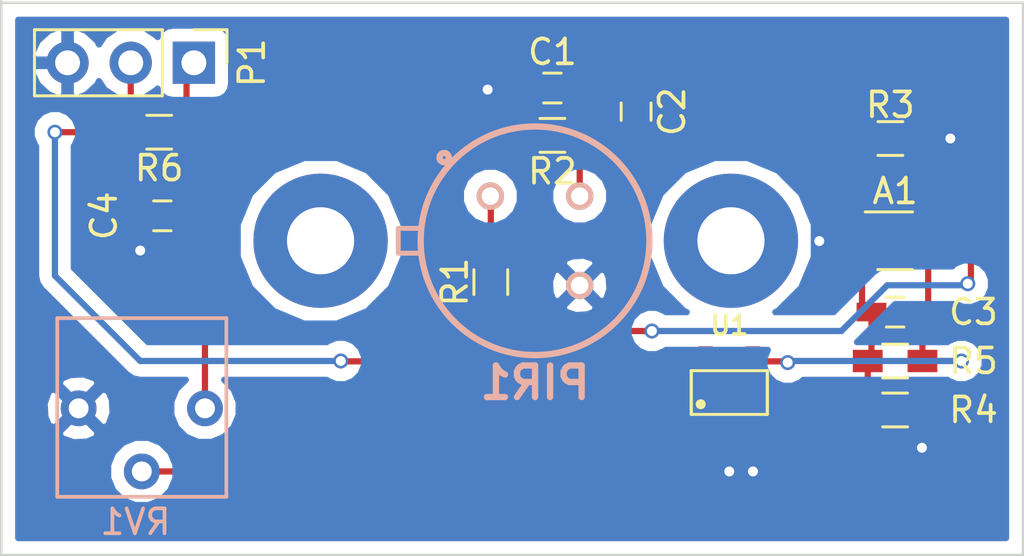
<source format=kicad_pcb>
(kicad_pcb (version 20170123) (host pcbnew "(2017-06-12 revision 19d5cc754)-master")

  (general
    (links 31)
    (no_connects 0)
    (area 136.5395 90.310499 178.294501 112.699001)
    (thickness 1.6)
    (drawings 4)
    (tracks 90)
    (zones 0)
    (modules 17)
    (nets 10)
  )

  (page A4)
  (layers
    (0 F.Cu signal)
    (31 B.Cu signal)
    (32 B.Adhes user hide)
    (33 F.Adhes user hide)
    (34 B.Paste user)
    (35 F.Paste user)
    (36 B.SilkS user)
    (37 F.SilkS user)
    (38 B.Mask user hide)
    (39 F.Mask user hide)
    (40 Dwgs.User user hide)
    (41 Cmts.User user hide)
    (42 Eco1.User user hide)
    (43 Eco2.User user hide)
    (44 Edge.Cuts user)
    (45 Margin user)
    (46 B.CrtYd user hide)
    (47 F.CrtYd user hide)
    (48 B.Fab user hide)
    (49 F.Fab user hide)
  )

  (setup
    (last_trace_width 0.25)
    (trace_clearance 0.2)
    (zone_clearance 0.508)
    (zone_45_only no)
    (trace_min 0.2)
    (segment_width 0.2)
    (edge_width 0.1)
    (via_size 0.6)
    (via_drill 0.4)
    (via_min_size 0.4)
    (via_min_drill 0.3)
    (uvia_size 0.3)
    (uvia_drill 0.1)
    (uvias_allowed no)
    (uvia_min_size 0.2)
    (uvia_min_drill 0.1)
    (pcb_text_width 0.3)
    (pcb_text_size 1.5 1.5)
    (mod_edge_width 0.15)
    (mod_text_size 1 1)
    (mod_text_width 0.15)
    (pad_size 1.5 1.5)
    (pad_drill 0.6)
    (pad_to_mask_clearance 0)
    (aux_axis_origin 0 0)
    (visible_elements 7FFFFFFF)
    (pcbplotparams
      (layerselection 0x010fc_ffffffff)
      (usegerberextensions false)
      (excludeedgelayer true)
      (linewidth 0.100000)
      (plotframeref false)
      (viasonmask false)
      (mode 1)
      (useauxorigin false)
      (hpglpennumber 1)
      (hpglpenspeed 20)
      (hpglpendiameter 15)
      (psnegative false)
      (psa4output false)
      (plotreference true)
      (plotvalue true)
      (plotinvisibletext false)
      (padsonsilk false)
      (subtractmaskfromsilk false)
      (outputformat 1)
      (mirror false)
      (drillshape 0)
      (scaleselection 1)
      (outputdirectory gerber/))
  )

  (net 0 "")
  (net 1 "Net-(A1-Pad1)")
  (net 2 GND)
  (net 3 "Net-(A1-Pad3)")
  (net 4 "Net-(A1-Pad4)")
  (net 5 "Net-(A1-Pad5)")
  (net 6 "Net-(C1-Pad1)")
  (net 7 "Net-(PIR1-Pad1)")
  (net 8 "Net-(RV1-Pad2)")
  (net 9 "Net-(P1-Pad2)")

  (net_class Default "Ceci est la Netclass par défaut"
    (clearance 0.2)
    (trace_width 0.25)
    (via_dia 0.6)
    (via_drill 0.4)
    (uvia_dia 0.3)
    (uvia_drill 0.1)
    (add_net GND)
    (add_net "Net-(A1-Pad1)")
    (add_net "Net-(A1-Pad3)")
    (add_net "Net-(A1-Pad4)")
    (add_net "Net-(A1-Pad5)")
    (add_net "Net-(C1-Pad1)")
    (add_net "Net-(P1-Pad2)")
    (add_net "Net-(PIR1-Pad1)")
    (add_net "Net-(RV1-Pad2)")
  )

  (module LTC:Pot (layer B.Cu) (tedit 5B140A42) (tstamp 5B13EDD7)
    (at 145.3515 106.7435 180)
    (path /5AF4565E)
    (fp_text reference RV1 (at 2.794 -4.572 180) (layer B.SilkS)
      (effects (font (size 1 1) (thickness 0.15)) (justify mirror))
    )
    (fp_text value "" (at 2.413 4.445 180) (layer B.Fab)
      (effects (font (size 1 1) (thickness 0.15)) (justify mirror))
    )
    (fp_line (start -0.86 3.63) (end 5.94 3.63) (layer B.SilkS) (width 0.15))
    (fp_line (start 5.94 3.63) (end 5.94 -3.56) (layer B.SilkS) (width 0.15))
    (fp_line (start 5.94 -3.56) (end -0.86 -3.56) (layer B.SilkS) (width 0.15))
    (fp_line (start -0.86 -3.56) (end -0.86 3.63) (layer B.SilkS) (width 0.15))
    (pad 2 thru_hole circle (at 2.54 -2.54 180) (size 1.44 1.44) (drill 0.8) (layers *.Cu *.Mask)
      (net 8 "Net-(RV1-Pad2)"))
    (pad 3 thru_hole circle (at 5.08 0 180) (size 1.44 1.44) (drill 0.8) (layers *.Cu *.Mask)
      (net 2 GND))
    (pad 1 thru_hole circle (at 0 0 180) (size 1.44 1.44) (drill 0.8) (layers *.Cu *.Mask)
      (net 5 "Net-(A1-Pad5)"))
  )

  (module Mounting_Holes:MountingHole_2.7mm_M2.5_Pad (layer F.Cu) (tedit 5B13C9B4) (tstamp 5B13C90D)
    (at 166.5 100)
    (descr "Mounting Hole 2.7mm, M2.5")
    (tags "mounting hole 2.7mm m2.5")
    (attr virtual)
    (fp_text reference "" (at 0 -3.7) (layer F.SilkS)
      (effects (font (size 1 1) (thickness 0.15)))
    )
    (fp_text value "" (at 0 3.7) (layer F.Fab) hide
      (effects (font (size 1 1) (thickness 0.15)))
    )
    (fp_text user %R (at 0.3 0) (layer F.Fab)
      (effects (font (size 1 1) (thickness 0.15)))
    )
    (fp_circle (center 0 0) (end 2.7 0) (layer Cmts.User) (width 0.15))
    (fp_circle (center 0 0) (end 2.95 0) (layer F.CrtYd) (width 0.05))
    (pad 1 thru_hole circle (at 0 0) (size 5.4 5.4) (drill 2.7) (layers *.Cu *.Mask))
  )

  (module TO_SOT_Packages_SMD:SOT-363_SC-70-6_Handsoldering (layer F.Cu) (tedit 5B140A12) (tstamp 5B0D5C8C)
    (at 173.101 100)
    (descr "SOT-363, SC-70-6, Handsoldering")
    (tags "SOT-363 SC-70-6 Handsoldering")
    (path /5AF42494)
    (attr smd)
    (fp_text reference A1 (at 0 -2) (layer F.SilkS)
      (effects (font (size 1 1) (thickness 0.15)))
    )
    (fp_text value "" (at 0 2) (layer F.Fab)
      (effects (font (size 1 1) (thickness 0.15)))
    )
    (fp_text user %R (at 0 0 90) (layer F.Fab)
      (effects (font (size 0.5 0.5) (thickness 0.075)))
    )
    (fp_line (start -2.4 1.4) (end 2.4 1.4) (layer F.CrtYd) (width 0.05))
    (fp_line (start 0.7 -1.16) (end -1.2 -1.16) (layer F.SilkS) (width 0.12))
    (fp_line (start -0.7 1.16) (end 0.7 1.16) (layer F.SilkS) (width 0.12))
    (fp_line (start 2.4 1.4) (end 2.4 -1.4) (layer F.CrtYd) (width 0.05))
    (fp_line (start -2.4 -1.4) (end -2.4 1.4) (layer F.CrtYd) (width 0.05))
    (fp_line (start -2.4 -1.4) (end 2.4 -1.4) (layer F.CrtYd) (width 0.05))
    (fp_line (start 0.675 -1.1) (end -0.175 -1.1) (layer F.Fab) (width 0.1))
    (fp_line (start -0.675 -0.6) (end -0.675 1.1) (layer F.Fab) (width 0.1))
    (fp_line (start 0.675 -1.1) (end 0.675 1.1) (layer F.Fab) (width 0.1))
    (fp_line (start 0.675 1.1) (end -0.675 1.1) (layer F.Fab) (width 0.1))
    (fp_line (start -0.175 -1.1) (end -0.675 -0.6) (layer F.Fab) (width 0.1))
    (pad 1 smd rect (at -1.33 -0.65) (size 1.5 0.4) (layers F.Cu F.Paste F.Mask)
      (net 1 "Net-(A1-Pad1)"))
    (pad 2 smd rect (at -1.33 0) (size 1.5 0.4) (layers F.Cu F.Paste F.Mask)
      (net 2 GND))
    (pad 3 smd rect (at -1.33 0.65) (size 1.5 0.4) (layers F.Cu F.Paste F.Mask)
      (net 3 "Net-(A1-Pad3)"))
    (pad 4 smd rect (at 1.33 0.65) (size 1.5 0.4) (layers F.Cu F.Paste F.Mask)
      (net 4 "Net-(A1-Pad4)"))
    (pad 5 smd rect (at 1.33 0) (size 1.5 0.4) (layers F.Cu F.Paste F.Mask)
      (net 5 "Net-(A1-Pad5)"))
    (pad 6 smd rect (at 1.33 -0.65) (size 1.5 0.4) (layers F.Cu F.Paste F.Mask)
      (net 5 "Net-(A1-Pad5)"))
    (model ${KISYS3DMOD}/TO_SOT_Packages_SMD.3dshapes/SOT-363_SC-70-6.wrl
      (at (xyz 0 0 0))
      (scale (xyz 1 1 1))
      (rotate (xyz 0 0 0))
    )
  )

  (module Capacitors_SMD:C_0603_HandSoldering (layer F.Cu) (tedit 5B1409FE) (tstamp 5B0D5C9D)
    (at 159.3215 93.853 180)
    (descr "Capacitor SMD 0603, hand soldering")
    (tags "capacitor 0603")
    (path /5AF432B2)
    (attr smd)
    (fp_text reference C1 (at 0 1.45 180) (layer F.SilkS)
      (effects (font (size 1 1) (thickness 0.15)))
    )
    (fp_text value "" (at 0 1.5 180) (layer F.Fab)
      (effects (font (size 1 1) (thickness 0.15)))
    )
    (fp_text user %R (at 0 -1.25 180) (layer F.Fab)
      (effects (font (size 1 1) (thickness 0.15)))
    )
    (fp_line (start -0.8 0.4) (end -0.8 -0.4) (layer F.Fab) (width 0.1))
    (fp_line (start 0.8 0.4) (end -0.8 0.4) (layer F.Fab) (width 0.1))
    (fp_line (start 0.8 -0.4) (end 0.8 0.4) (layer F.Fab) (width 0.1))
    (fp_line (start -0.8 -0.4) (end 0.8 -0.4) (layer F.Fab) (width 0.1))
    (fp_line (start -0.35 -0.6) (end 0.35 -0.6) (layer F.SilkS) (width 0.12))
    (fp_line (start 0.35 0.6) (end -0.35 0.6) (layer F.SilkS) (width 0.12))
    (fp_line (start -1.8 -0.65) (end 1.8 -0.65) (layer F.CrtYd) (width 0.05))
    (fp_line (start -1.8 -0.65) (end -1.8 0.65) (layer F.CrtYd) (width 0.05))
    (fp_line (start 1.8 0.65) (end 1.8 -0.65) (layer F.CrtYd) (width 0.05))
    (fp_line (start 1.8 0.65) (end -1.8 0.65) (layer F.CrtYd) (width 0.05))
    (pad 1 smd rect (at -0.95 0 180) (size 1.2 0.75) (layers F.Cu F.Paste F.Mask)
      (net 6 "Net-(C1-Pad1)"))
    (pad 2 smd rect (at 0.95 0 180) (size 1.2 0.75) (layers F.Cu F.Paste F.Mask)
      (net 2 GND))
    (model Capacitors_SMD.3dshapes/C_0603.wrl
      (at (xyz 0 0 0))
      (scale (xyz 1 1 1))
      (rotate (xyz 0 0 0))
    )
  )

  (module Capacitors_SMD:C_0603_HandSoldering (layer F.Cu) (tedit 5B140A08) (tstamp 5B0D5CAE)
    (at 162.687 94.8055 270)
    (descr "Capacitor SMD 0603, hand soldering")
    (tags "capacitor 0603")
    (path /5AF432F7)
    (attr smd)
    (fp_text reference C2 (at 0 -1.45 270) (layer F.SilkS)
      (effects (font (size 1 1) (thickness 0.15)))
    )
    (fp_text value "" (at 0 1.5 270) (layer F.Fab)
      (effects (font (size 1 1) (thickness 0.15)))
    )
    (fp_text user %R (at 0 -1.25 270) (layer F.Fab)
      (effects (font (size 1 1) (thickness 0.15)))
    )
    (fp_line (start -0.8 0.4) (end -0.8 -0.4) (layer F.Fab) (width 0.1))
    (fp_line (start 0.8 0.4) (end -0.8 0.4) (layer F.Fab) (width 0.1))
    (fp_line (start 0.8 -0.4) (end 0.8 0.4) (layer F.Fab) (width 0.1))
    (fp_line (start -0.8 -0.4) (end 0.8 -0.4) (layer F.Fab) (width 0.1))
    (fp_line (start -0.35 -0.6) (end 0.35 -0.6) (layer F.SilkS) (width 0.12))
    (fp_line (start 0.35 0.6) (end -0.35 0.6) (layer F.SilkS) (width 0.12))
    (fp_line (start -1.8 -0.65) (end 1.8 -0.65) (layer F.CrtYd) (width 0.05))
    (fp_line (start -1.8 -0.65) (end -1.8 0.65) (layer F.CrtYd) (width 0.05))
    (fp_line (start 1.8 0.65) (end 1.8 -0.65) (layer F.CrtYd) (width 0.05))
    (fp_line (start 1.8 0.65) (end -1.8 0.65) (layer F.CrtYd) (width 0.05))
    (pad 1 smd rect (at -0.95 0 270) (size 1.2 0.75) (layers F.Cu F.Paste F.Mask)
      (net 1 "Net-(A1-Pad1)"))
    (pad 2 smd rect (at 0.95 0 270) (size 1.2 0.75) (layers F.Cu F.Paste F.Mask)
      (net 6 "Net-(C1-Pad1)"))
    (model Capacitors_SMD.3dshapes/C_0603.wrl
      (at (xyz 0 0 0))
      (scale (xyz 1 1 1))
      (rotate (xyz 0 0 0))
    )
  )

  (module Capacitors_SMD:C_0603_HandSoldering (layer F.Cu) (tedit 5B140A17) (tstamp 5B0D5CBF)
    (at 173.101 102.87 180)
    (descr "Capacitor SMD 0603, hand soldering")
    (tags "capacitor 0603")
    (path /5AF43320)
    (attr smd)
    (fp_text reference C3 (at -3.15 0 180) (layer F.SilkS)
      (effects (font (size 1 1) (thickness 0.15)))
    )
    (fp_text value "" (at 0 1.5 180) (layer F.Fab)
      (effects (font (size 1 1) (thickness 0.15)))
    )
    (fp_text user %R (at 0 -1.25 180) (layer F.Fab)
      (effects (font (size 1 1) (thickness 0.15)))
    )
    (fp_line (start -0.8 0.4) (end -0.8 -0.4) (layer F.Fab) (width 0.1))
    (fp_line (start 0.8 0.4) (end -0.8 0.4) (layer F.Fab) (width 0.1))
    (fp_line (start 0.8 -0.4) (end 0.8 0.4) (layer F.Fab) (width 0.1))
    (fp_line (start -0.8 -0.4) (end 0.8 -0.4) (layer F.Fab) (width 0.1))
    (fp_line (start -0.35 -0.6) (end 0.35 -0.6) (layer F.SilkS) (width 0.12))
    (fp_line (start 0.35 0.6) (end -0.35 0.6) (layer F.SilkS) (width 0.12))
    (fp_line (start -1.8 -0.65) (end 1.8 -0.65) (layer F.CrtYd) (width 0.05))
    (fp_line (start -1.8 -0.65) (end -1.8 0.65) (layer F.CrtYd) (width 0.05))
    (fp_line (start 1.8 0.65) (end 1.8 -0.65) (layer F.CrtYd) (width 0.05))
    (fp_line (start 1.8 0.65) (end -1.8 0.65) (layer F.CrtYd) (width 0.05))
    (pad 1 smd rect (at -0.95 0 180) (size 1.2 0.75) (layers F.Cu F.Paste F.Mask)
      (net 4 "Net-(A1-Pad4)"))
    (pad 2 smd rect (at 0.95 0 180) (size 1.2 0.75) (layers F.Cu F.Paste F.Mask)
      (net 3 "Net-(A1-Pad3)"))
    (model Capacitors_SMD.3dshapes/C_0603.wrl
      (at (xyz 0 0 0))
      (scale (xyz 1 1 1))
      (rotate (xyz 0 0 0))
    )
  )

  (module Capacitors_SMD:C_0603_HandSoldering (layer F.Cu) (tedit 5B1409F0) (tstamp 5B0D5CD0)
    (at 143.637 98.9965 180)
    (descr "Capacitor SMD 0603, hand soldering")
    (tags "capacitor 0603")
    (path /5AF829F5)
    (attr smd)
    (fp_text reference C4 (at 2.35 0 270) (layer F.SilkS)
      (effects (font (size 1 1) (thickness 0.15)))
    )
    (fp_text value "" (at 0 1.5 180) (layer F.Fab)
      (effects (font (size 1 1) (thickness 0.15)))
    )
    (fp_text user %R (at 0 -1.25 180) (layer F.Fab)
      (effects (font (size 1 1) (thickness 0.15)))
    )
    (fp_line (start -0.8 0.4) (end -0.8 -0.4) (layer F.Fab) (width 0.1))
    (fp_line (start 0.8 0.4) (end -0.8 0.4) (layer F.Fab) (width 0.1))
    (fp_line (start 0.8 -0.4) (end 0.8 0.4) (layer F.Fab) (width 0.1))
    (fp_line (start -0.8 -0.4) (end 0.8 -0.4) (layer F.Fab) (width 0.1))
    (fp_line (start -0.35 -0.6) (end 0.35 -0.6) (layer F.SilkS) (width 0.12))
    (fp_line (start 0.35 0.6) (end -0.35 0.6) (layer F.SilkS) (width 0.12))
    (fp_line (start -1.8 -0.65) (end 1.8 -0.65) (layer F.CrtYd) (width 0.05))
    (fp_line (start -1.8 -0.65) (end -1.8 0.65) (layer F.CrtYd) (width 0.05))
    (fp_line (start 1.8 0.65) (end 1.8 -0.65) (layer F.CrtYd) (width 0.05))
    (fp_line (start 1.8 0.65) (end -1.8 0.65) (layer F.CrtYd) (width 0.05))
    (pad 1 smd rect (at -0.95 0 180) (size 1.2 0.75) (layers F.Cu F.Paste F.Mask)
      (net 5 "Net-(A1-Pad5)"))
    (pad 2 smd rect (at 0.95 0 180) (size 1.2 0.75) (layers F.Cu F.Paste F.Mask)
      (net 2 GND))
    (model Capacitors_SMD.3dshapes/C_0603.wrl
      (at (xyz 0 0 0))
      (scale (xyz 1 1 1))
      (rotate (xyz 0 0 0))
    )
  )

  (module IRA:IRA-S210ST01 (layer B.Cu) (tedit 5B140A3C) (tstamp 5B0D5CF8)
    (at 158.623 100)
    (descr IRA-S210ST01)
    (tags "Integrated Circuit")
    (path /5AF4575E)
    (fp_text reference PIR1 (at 0 5.715) (layer B.SilkS)
      (effects (font (size 1.27 1.27) (thickness 0.254)) (justify mirror))
    )
    (fp_text value "" (at 0 5.715) (layer B.SilkS)
      (effects (font (size 1.27 1.27) (thickness 0.254)) (justify mirror))
    )
    (fp_line (start -4.664 0.5) (end -5.5 0.5) (layer Dwgs.User) (width 0.2))
    (fp_line (start -5.5 0.5) (end -5.5 -0.5) (layer Dwgs.User) (width 0.2))
    (fp_line (start -5.5 -0.5) (end -4.649 -0.5) (layer Dwgs.User) (width 0.2))
    (fp_line (start -4.664 0.5) (end -5.5 0.5) (layer B.SilkS) (width 0.2))
    (fp_line (start -5.5 0.5) (end -5.5 -0.5) (layer B.SilkS) (width 0.2))
    (fp_line (start -5.5 -0.5) (end -4.649 -0.5) (layer B.SilkS) (width 0.2))
    (fp_circle (center 0 0) (end 4.6 0) (layer Dwgs.User) (width 0.254))
    (fp_circle (center 0 0) (end 4.6 0) (layer B.SilkS) (width 0.254))
    (fp_circle (center -3.655 -3.347) (end -3.714 -3.347) (layer B.SilkS) (width 0.254))
    (pad 1 thru_hole circle (at -1.79605 -1.79605 270) (size 1.1 1.1) (drill 0.7) (layers *.Cu *.Mask B.SilkS)
      (net 7 "Net-(PIR1-Pad1)"))
    (pad 2 thru_hole circle (at 1.79605 -1.79605 270) (size 1.1 1.1) (drill 0.7) (layers *.Cu *.Mask B.SilkS)
      (net 6 "Net-(C1-Pad1)"))
    (pad 3 thru_hole circle (at 1.79605 1.79605 270) (size 1.1 1.1) (drill 0.7) (layers *.Cu *.Mask B.SilkS)
      (net 2 GND))
  )

  (module Resistors_SMD:R_0603_HandSoldering (layer F.Cu) (tedit 5B140A2D) (tstamp 5B0D5D09)
    (at 156.845 101.6635 90)
    (descr "Resistor SMD 0603, hand soldering")
    (tags "resistor 0603")
    (path /5AF4311F)
    (attr smd)
    (fp_text reference R1 (at 0 -1.45 90) (layer F.SilkS)
      (effects (font (size 1 1) (thickness 0.15)))
    )
    (fp_text value "" (at 0 1.55 90) (layer F.Fab)
      (effects (font (size 1 1) (thickness 0.15)))
    )
    (fp_text user %R (at 0 0 90) (layer F.Fab)
      (effects (font (size 0.4 0.4) (thickness 0.075)))
    )
    (fp_line (start -0.8 0.4) (end -0.8 -0.4) (layer F.Fab) (width 0.1))
    (fp_line (start 0.8 0.4) (end -0.8 0.4) (layer F.Fab) (width 0.1))
    (fp_line (start 0.8 -0.4) (end 0.8 0.4) (layer F.Fab) (width 0.1))
    (fp_line (start -0.8 -0.4) (end 0.8 -0.4) (layer F.Fab) (width 0.1))
    (fp_line (start 0.5 0.68) (end -0.5 0.68) (layer F.SilkS) (width 0.12))
    (fp_line (start -0.5 -0.68) (end 0.5 -0.68) (layer F.SilkS) (width 0.12))
    (fp_line (start -1.96 -0.7) (end 1.95 -0.7) (layer F.CrtYd) (width 0.05))
    (fp_line (start -1.96 -0.7) (end -1.96 0.7) (layer F.CrtYd) (width 0.05))
    (fp_line (start 1.95 0.7) (end 1.95 -0.7) (layer F.CrtYd) (width 0.05))
    (fp_line (start 1.95 0.7) (end -1.96 0.7) (layer F.CrtYd) (width 0.05))
    (pad 1 smd rect (at -1.1 0 90) (size 1.2 0.9) (layers F.Cu F.Paste F.Mask)
      (net 5 "Net-(A1-Pad5)"))
    (pad 2 smd rect (at 1.1 0 90) (size 1.2 0.9) (layers F.Cu F.Paste F.Mask)
      (net 7 "Net-(PIR1-Pad1)"))
    (model ${KISYS3DMOD}/Resistors_SMD.3dshapes/R_0603.wrl
      (at (xyz 0 0 0))
      (scale (xyz 1 1 1))
      (rotate (xyz 0 0 0))
    )
  )

  (module Resistors_SMD:R_0603_HandSoldering (layer F.Cu) (tedit 5B140A03) (tstamp 5B0D5D1A)
    (at 159.3215 95.758 180)
    (descr "Resistor SMD 0603, hand soldering")
    (tags "resistor 0603")
    (path /5AF43204)
    (attr smd)
    (fp_text reference R2 (at 0 -1.45 180) (layer F.SilkS)
      (effects (font (size 1 1) (thickness 0.15)))
    )
    (fp_text value "" (at 0 1.55 180) (layer F.Fab)
      (effects (font (size 1 1) (thickness 0.15)))
    )
    (fp_text user %R (at 0 0 180) (layer F.Fab)
      (effects (font (size 0.4 0.4) (thickness 0.075)))
    )
    (fp_line (start -0.8 0.4) (end -0.8 -0.4) (layer F.Fab) (width 0.1))
    (fp_line (start 0.8 0.4) (end -0.8 0.4) (layer F.Fab) (width 0.1))
    (fp_line (start 0.8 -0.4) (end 0.8 0.4) (layer F.Fab) (width 0.1))
    (fp_line (start -0.8 -0.4) (end 0.8 -0.4) (layer F.Fab) (width 0.1))
    (fp_line (start 0.5 0.68) (end -0.5 0.68) (layer F.SilkS) (width 0.12))
    (fp_line (start -0.5 -0.68) (end 0.5 -0.68) (layer F.SilkS) (width 0.12))
    (fp_line (start -1.96 -0.7) (end 1.95 -0.7) (layer F.CrtYd) (width 0.05))
    (fp_line (start -1.96 -0.7) (end -1.96 0.7) (layer F.CrtYd) (width 0.05))
    (fp_line (start 1.95 0.7) (end 1.95 -0.7) (layer F.CrtYd) (width 0.05))
    (fp_line (start 1.95 0.7) (end -1.96 0.7) (layer F.CrtYd) (width 0.05))
    (pad 1 smd rect (at -1.1 0 180) (size 1.2 0.9) (layers F.Cu F.Paste F.Mask)
      (net 6 "Net-(C1-Pad1)"))
    (pad 2 smd rect (at 1.1 0 180) (size 1.2 0.9) (layers F.Cu F.Paste F.Mask)
      (net 2 GND))
    (model ${KISYS3DMOD}/Resistors_SMD.3dshapes/R_0603.wrl
      (at (xyz 0 0 0))
      (scale (xyz 1 1 1))
      (rotate (xyz 0 0 0))
    )
  )

  (module Resistors_SMD:R_0603_HandSoldering (layer F.Cu) (tedit 5B140A0D) (tstamp 5B0D5D2B)
    (at 172.9105 95.885)
    (descr "Resistor SMD 0603, hand soldering")
    (tags "resistor 0603")
    (path /5AF4322F)
    (attr smd)
    (fp_text reference R3 (at 0 -1.35) (layer F.SilkS)
      (effects (font (size 1 1) (thickness 0.15)))
    )
    (fp_text value "" (at 0 1.55) (layer F.Fab)
      (effects (font (size 1 1) (thickness 0.15)))
    )
    (fp_text user %R (at 0 0) (layer F.Fab)
      (effects (font (size 0.4 0.4) (thickness 0.075)))
    )
    (fp_line (start -0.8 0.4) (end -0.8 -0.4) (layer F.Fab) (width 0.1))
    (fp_line (start 0.8 0.4) (end -0.8 0.4) (layer F.Fab) (width 0.1))
    (fp_line (start 0.8 -0.4) (end 0.8 0.4) (layer F.Fab) (width 0.1))
    (fp_line (start -0.8 -0.4) (end 0.8 -0.4) (layer F.Fab) (width 0.1))
    (fp_line (start 0.5 0.68) (end -0.5 0.68) (layer F.SilkS) (width 0.12))
    (fp_line (start -0.5 -0.68) (end 0.5 -0.68) (layer F.SilkS) (width 0.12))
    (fp_line (start -1.96 -0.7) (end 1.95 -0.7) (layer F.CrtYd) (width 0.05))
    (fp_line (start -1.96 -0.7) (end -1.96 0.7) (layer F.CrtYd) (width 0.05))
    (fp_line (start 1.95 0.7) (end 1.95 -0.7) (layer F.CrtYd) (width 0.05))
    (fp_line (start 1.95 0.7) (end -1.96 0.7) (layer F.CrtYd) (width 0.05))
    (pad 1 smd rect (at -1.1 0) (size 1.2 0.9) (layers F.Cu F.Paste F.Mask)
      (net 1 "Net-(A1-Pad1)"))
    (pad 2 smd rect (at 1.1 0) (size 1.2 0.9) (layers F.Cu F.Paste F.Mask)
      (net 2 GND))
    (model ${KISYS3DMOD}/Resistors_SMD.3dshapes/R_0603.wrl
      (at (xyz 0 0 0))
      (scale (xyz 1 1 1))
      (rotate (xyz 0 0 0))
    )
  )

  (module Resistors_SMD:R_0603_HandSoldering (layer F.Cu) (tedit 5B140A22) (tstamp 5B0D5D3C)
    (at 173.101 106.81)
    (descr "Resistor SMD 0603, hand soldering")
    (tags "resistor 0603")
    (path /5AF4328D)
    (attr smd)
    (fp_text reference R4 (at 3.15 0) (layer F.SilkS)
      (effects (font (size 1 1) (thickness 0.15)))
    )
    (fp_text value "" (at 0 1.55) (layer F.Fab)
      (effects (font (size 1 1) (thickness 0.15)))
    )
    (fp_text user %R (at 0 0) (layer F.Fab)
      (effects (font (size 0.4 0.4) (thickness 0.075)))
    )
    (fp_line (start -0.8 0.4) (end -0.8 -0.4) (layer F.Fab) (width 0.1))
    (fp_line (start 0.8 0.4) (end -0.8 0.4) (layer F.Fab) (width 0.1))
    (fp_line (start 0.8 -0.4) (end 0.8 0.4) (layer F.Fab) (width 0.1))
    (fp_line (start -0.8 -0.4) (end 0.8 -0.4) (layer F.Fab) (width 0.1))
    (fp_line (start 0.5 0.68) (end -0.5 0.68) (layer F.SilkS) (width 0.12))
    (fp_line (start -0.5 -0.68) (end 0.5 -0.68) (layer F.SilkS) (width 0.12))
    (fp_line (start -1.96 -0.7) (end 1.95 -0.7) (layer F.CrtYd) (width 0.05))
    (fp_line (start -1.96 -0.7) (end -1.96 0.7) (layer F.CrtYd) (width 0.05))
    (fp_line (start 1.95 0.7) (end 1.95 -0.7) (layer F.CrtYd) (width 0.05))
    (fp_line (start 1.95 0.7) (end -1.96 0.7) (layer F.CrtYd) (width 0.05))
    (pad 1 smd rect (at -1.1 0) (size 1.2 0.9) (layers F.Cu F.Paste F.Mask)
      (net 3 "Net-(A1-Pad3)"))
    (pad 2 smd rect (at 1.1 0) (size 1.2 0.9) (layers F.Cu F.Paste F.Mask)
      (net 2 GND))
    (model ${KISYS3DMOD}/Resistors_SMD.3dshapes/R_0603.wrl
      (at (xyz 0 0 0))
      (scale (xyz 1 1 1))
      (rotate (xyz 0 0 0))
    )
  )

  (module Resistors_SMD:R_0603_HandSoldering (layer F.Cu) (tedit 5B140A1D) (tstamp 5B0D5D4D)
    (at 173.101 104.84 180)
    (descr "Resistor SMD 0603, hand soldering")
    (tags "resistor 0603")
    (path /5AF4326A)
    (attr smd)
    (fp_text reference R5 (at -3.15 0 180) (layer F.SilkS)
      (effects (font (size 1 1) (thickness 0.15)))
    )
    (fp_text value "" (at 0 1.55 180) (layer F.Fab)
      (effects (font (size 1 1) (thickness 0.15)))
    )
    (fp_text user %R (at 0 0 180) (layer F.Fab)
      (effects (font (size 0.4 0.4) (thickness 0.075)))
    )
    (fp_line (start -0.8 0.4) (end -0.8 -0.4) (layer F.Fab) (width 0.1))
    (fp_line (start 0.8 0.4) (end -0.8 0.4) (layer F.Fab) (width 0.1))
    (fp_line (start 0.8 -0.4) (end 0.8 0.4) (layer F.Fab) (width 0.1))
    (fp_line (start -0.8 -0.4) (end 0.8 -0.4) (layer F.Fab) (width 0.1))
    (fp_line (start 0.5 0.68) (end -0.5 0.68) (layer F.SilkS) (width 0.12))
    (fp_line (start -0.5 -0.68) (end 0.5 -0.68) (layer F.SilkS) (width 0.12))
    (fp_line (start -1.96 -0.7) (end 1.95 -0.7) (layer F.CrtYd) (width 0.05))
    (fp_line (start -1.96 -0.7) (end -1.96 0.7) (layer F.CrtYd) (width 0.05))
    (fp_line (start 1.95 0.7) (end 1.95 -0.7) (layer F.CrtYd) (width 0.05))
    (fp_line (start 1.95 0.7) (end -1.96 0.7) (layer F.CrtYd) (width 0.05))
    (pad 1 smd rect (at -1.1 0 180) (size 1.2 0.9) (layers F.Cu F.Paste F.Mask)
      (net 4 "Net-(A1-Pad4)"))
    (pad 2 smd rect (at 1.1 0 180) (size 1.2 0.9) (layers F.Cu F.Paste F.Mask)
      (net 3 "Net-(A1-Pad3)"))
    (model ${KISYS3DMOD}/Resistors_SMD.3dshapes/R_0603.wrl
      (at (xyz 0 0 0))
      (scale (xyz 1 1 1))
      (rotate (xyz 0 0 0))
    )
  )

  (module Resistors_SMD:R_0603_HandSoldering (layer F.Cu) (tedit 5B1409EB) (tstamp 5B0D5D5E)
    (at 143.51 95.631 180)
    (descr "Resistor SMD 0603, hand soldering")
    (tags "resistor 0603")
    (path /5B054A3A)
    (attr smd)
    (fp_text reference R6 (at 0 -1.45 180) (layer F.SilkS)
      (effects (font (size 1 1) (thickness 0.15)))
    )
    (fp_text value "" (at 0 1.55 180) (layer F.Fab)
      (effects (font (size 1 1) (thickness 0.15)))
    )
    (fp_text user %R (at 0 0 180) (layer F.Fab)
      (effects (font (size 0.4 0.4) (thickness 0.075)))
    )
    (fp_line (start -0.8 0.4) (end -0.8 -0.4) (layer F.Fab) (width 0.1))
    (fp_line (start 0.8 0.4) (end -0.8 0.4) (layer F.Fab) (width 0.1))
    (fp_line (start 0.8 -0.4) (end 0.8 0.4) (layer F.Fab) (width 0.1))
    (fp_line (start -0.8 -0.4) (end 0.8 -0.4) (layer F.Fab) (width 0.1))
    (fp_line (start 0.5 0.68) (end -0.5 0.68) (layer F.SilkS) (width 0.12))
    (fp_line (start -0.5 -0.68) (end 0.5 -0.68) (layer F.SilkS) (width 0.12))
    (fp_line (start -1.96 -0.7) (end 1.95 -0.7) (layer F.CrtYd) (width 0.05))
    (fp_line (start -1.96 -0.7) (end -1.96 0.7) (layer F.CrtYd) (width 0.05))
    (fp_line (start 1.95 0.7) (end 1.95 -0.7) (layer F.CrtYd) (width 0.05))
    (fp_line (start 1.95 0.7) (end -1.96 0.7) (layer F.CrtYd) (width 0.05))
    (pad 1 smd rect (at -1.1 0 180) (size 1.2 0.9) (layers F.Cu F.Paste F.Mask)
      (net 5 "Net-(A1-Pad5)"))
    (pad 2 smd rect (at 1.1 0 180) (size 1.2 0.9) (layers F.Cu F.Paste F.Mask)
      (net 9 "Net-(P1-Pad2)"))
    (model ${KISYS3DMOD}/Resistors_SMD.3dshapes/R_0603.wrl
      (at (xyz 0 0 0))
      (scale (xyz 1 1 1))
      (rotate (xyz 0 0 0))
    )
  )

  (module MAX:MAX9061 (layer F.Cu) (tedit 5B140DE9) (tstamp 5B0D5D87)
    (at 166.4335 106.1085 90)
    (descr "Small Outline Transistor (SOT23), 0.95 mm pitch; 5 pin, 2.90 mm L X 1.60 mm W X 1.45 mm H body<p><i>PCB Libraries Packages</i>")
    (path /5AF425F7)
    (attr smd)
    (fp_text reference U1 (at 2.7 0 180) (layer F.SilkS)
      (effects (font (size 0.75 0.75) (thickness 0.15)))
    )
    (fp_text value "" (at 0.46119 3.21834 90) (layer F.SilkS)
      (effects (font (size 0.947333 0.947333) (thickness 0.05)))
    )
    (fp_line (start -0.88 1.53) (end -0.88 -1.53) (layer F.SilkS) (width 0.12))
    (fp_line (start -0.88 -1.53) (end 0.88 -1.53) (layer F.SilkS) (width 0.12))
    (fp_line (start 0.88 -1.53) (end 0.88 1.53) (layer F.SilkS) (width 0.12))
    (fp_line (start -0.875 -1.53) (end 0.875 -1.53) (layer F.SilkS) (width 0.12))
    (fp_line (start -0.875 1.53) (end 0.875 1.53) (layer F.SilkS) (width 0.12))
    (fp_line (start -0.88 1.53) (end 0.88 1.53) (layer F.SilkS) (width 0.12))
    (fp_circle (center -0.47 -1.15) (end -0.37 -1.15) (layer F.SilkS) (width 0.2))
    (pad 1 smd rect (at -1.255 -0.95 270) (size 1.21 0.59) (layers F.Cu F.Paste F.Mask)
      (net 8 "Net-(RV1-Pad2)"))
    (pad 2 smd rect (at -1.255 0 270) (size 1.21 0.59) (layers F.Cu F.Paste F.Mask)
      (net 2 GND))
    (pad 3 smd rect (at -1.255 0.95 270) (size 1.21 0.59) (layers F.Cu F.Paste F.Mask)
      (net 2 GND))
    (pad 4 smd rect (at 1.255 0.95 90) (size 1.21 0.59) (layers F.Cu F.Paste F.Mask)
      (net 4 "Net-(A1-Pad4)"))
    (pad 5 smd rect (at 1.255 -0.95 90) (size 1.21 0.59) (layers F.Cu F.Paste F.Mask)
      (net 9 "Net-(P1-Pad2)"))
  )

  (module Mounting_Holes:MountingHole_2.7mm_M2.5_Pad (layer F.Cu) (tedit 5B13C9B9) (tstamp 5B13C8D2)
    (at 150 100)
    (descr "Mounting Hole 2.7mm, M2.5")
    (tags "mounting hole 2.7mm m2.5")
    (attr virtual)
    (fp_text reference "" (at 0 -3.7) (layer F.SilkS)
      (effects (font (size 1 1) (thickness 0.15)))
    )
    (fp_text value "" (at 0 3.7) (layer F.Fab) hide
      (effects (font (size 1 1) (thickness 0.15)))
    )
    (fp_text user %R (at 0.3 0) (layer F.Fab)
      (effects (font (size 1 1) (thickness 0.15)))
    )
    (fp_circle (center 0 0) (end 2.7 0) (layer Cmts.User) (width 0.15))
    (fp_circle (center 0 0) (end 2.95 0) (layer F.CrtYd) (width 0.05))
    (pad 1 thru_hole circle (at 0 0) (size 5.4 5.4) (drill 2.7) (layers *.Cu *.Mask))
  )

  (module Pin_Headers:Pin_Header_Straight_1x03_Pitch2.54mm (layer F.Cu) (tedit 5B1409F7) (tstamp 5B13EDD1)
    (at 144.907 92.837 270)
    (descr "Through hole straight pin header, 1x03, 2.54mm pitch, single row")
    (tags "Through hole pin header THT 1x03 2.54mm single row")
    (path /5AF45097)
    (fp_text reference P1 (at 0 -2.33 270) (layer F.SilkS)
      (effects (font (size 1 1) (thickness 0.15)))
    )
    (fp_text value "" (at 0 7.41 270) (layer F.Fab)
      (effects (font (size 1 1) (thickness 0.15)))
    )
    (fp_line (start -0.635 -1.27) (end 1.27 -1.27) (layer F.Fab) (width 0.1))
    (fp_line (start 1.27 -1.27) (end 1.27 6.35) (layer F.Fab) (width 0.1))
    (fp_line (start 1.27 6.35) (end -1.27 6.35) (layer F.Fab) (width 0.1))
    (fp_line (start -1.27 6.35) (end -1.27 -0.635) (layer F.Fab) (width 0.1))
    (fp_line (start -1.27 -0.635) (end -0.635 -1.27) (layer F.Fab) (width 0.1))
    (fp_line (start -1.33 6.41) (end 1.33 6.41) (layer F.SilkS) (width 0.12))
    (fp_line (start -1.33 1.27) (end -1.33 6.41) (layer F.SilkS) (width 0.12))
    (fp_line (start 1.33 1.27) (end 1.33 6.41) (layer F.SilkS) (width 0.12))
    (fp_line (start -1.33 1.27) (end 1.33 1.27) (layer F.SilkS) (width 0.12))
    (fp_line (start -1.33 0) (end -1.33 -1.33) (layer F.SilkS) (width 0.12))
    (fp_line (start -1.33 -1.33) (end 0 -1.33) (layer F.SilkS) (width 0.12))
    (fp_line (start -1.8 -1.8) (end -1.8 6.85) (layer F.CrtYd) (width 0.05))
    (fp_line (start -1.8 6.85) (end 1.8 6.85) (layer F.CrtYd) (width 0.05))
    (fp_line (start 1.8 6.85) (end 1.8 -1.8) (layer F.CrtYd) (width 0.05))
    (fp_line (start 1.8 -1.8) (end -1.8 -1.8) (layer F.CrtYd) (width 0.05))
    (fp_text user %R (at 0 2.54) (layer F.Fab)
      (effects (font (size 1 1) (thickness 0.15)))
    )
    (pad 1 thru_hole rect (at 0 0 270) (size 1.7 1.7) (drill 1) (layers *.Cu *.Mask)
      (net 5 "Net-(A1-Pad5)"))
    (pad 2 thru_hole oval (at 0 2.54 270) (size 1.7 1.7) (drill 1) (layers *.Cu *.Mask)
      (net 9 "Net-(P1-Pad2)"))
    (pad 3 thru_hole oval (at 0 5.08 270) (size 1.7 1.7) (drill 1) (layers *.Cu *.Mask)
      (net 2 GND))
    (model ${KISYS3DMOD}/Pin_Headers.3dshapes/Pin_Header_Straight_1x03_Pitch2.54mm.wrl
      (at (xyz 0 0 0))
      (scale (xyz 1 1 1))
      (rotate (xyz 0 0 0))
    )
  )

  (gr_line (start 137.16 112.649) (end 137.16 90.3605) (angle 90) (layer Edge.Cuts) (width 0.1))
  (gr_line (start 178.2445 112.649) (end 137.16 112.649) (angle 90) (layer Edge.Cuts) (width 0.1))
  (gr_line (start 178.2445 90.424) (end 178.2445 112.649) (angle 90) (layer Edge.Cuts) (width 0.1))
  (gr_line (start 137.2235 90.424) (end 178.2445 90.424) (angle 90) (layer Edge.Cuts) (width 0.1))

  (segment (start 171.8105 95.885) (end 171.8105 99.3105) (width 0.25) (layer F.Cu) (net 1))
  (segment (start 171.8105 99.3105) (end 171.771 99.35) (width 0.25) (layer F.Cu) (net 1) (tstamp 5B13D263))
  (segment (start 162.687 93.8555) (end 169.781 93.8555) (width 0.25) (layer F.Cu) (net 1))
  (segment (start 169.781 93.8555) (end 171.8105 95.885) (width 0.25) (layer F.Cu) (net 1) (tstamp 5B13D25F))
  (segment (start 166.4335 107.3635) (end 166.4335 109.2835) (width 0.25) (layer F.Cu) (net 2))
  (via (at 166.4335 109.2835) (size 0.6) (drill 0.4) (layers F.Cu B.Cu) (net 2))
  (segment (start 167.3835 107.3635) (end 167.3835 109.281) (width 0.25) (layer F.Cu) (net 2))
  (via (at 167.386 109.2835) (size 0.6) (drill 0.4) (layers F.Cu B.Cu) (net 2))
  (segment (start 167.3835 109.281) (end 167.386 109.2835) (width 0.25) (layer F.Cu) (net 2) (tstamp 5B140BB8))
  (segment (start 142.687 98.9965) (end 142.687 100.3325) (width 0.25) (layer F.Cu) (net 2))
  (segment (start 142.748 100.3935) (end 142.6845 100.3935) (width 0.25) (layer B.Cu) (net 2) (tstamp 5B140B77))
  (via (at 142.748 100.3935) (size 0.6) (drill 0.4) (layers F.Cu B.Cu) (net 2))
  (segment (start 142.687 100.3325) (end 142.748 100.3935) (width 0.25) (layer F.Cu) (net 2) (tstamp 5B140B74))
  (segment (start 174.0105 95.885) (end 175.3235 95.885) (width 0.25) (layer F.Cu) (net 2))
  (via (at 175.3235 95.885) (size 0.6) (drill 0.4) (layers F.Cu B.Cu) (net 2))
  (segment (start 171.771 100) (end 170.0655 100) (width 0.25) (layer F.Cu) (net 2))
  (via (at 170.053 100.0125) (size 0.6) (drill 0.4) (layers F.Cu B.Cu) (net 2))
  (segment (start 170.0655 100) (end 170.053 100.0125) (width 0.25) (layer F.Cu) (net 2) (tstamp 5B13D3D7))
  (segment (start 174.201 106.81) (end 174.201 108.3105) (width 0.25) (layer F.Cu) (net 2))
  (via (at 174.1805 108.331) (size 0.6) (drill 0.4) (layers F.Cu B.Cu) (net 2))
  (segment (start 174.201 108.3105) (end 174.1805 108.331) (width 0.25) (layer F.Cu) (net 2) (tstamp 5B13D3CA))
  (segment (start 158.3715 93.853) (end 156.7815 93.853) (width 0.25) (layer F.Cu) (net 2))
  (segment (start 156.718 93.9165) (end 156.718 93.853) (width 0.25) (layer B.Cu) (net 2) (tstamp 5B13D3A3))
  (via (at 156.718 93.9165) (size 0.6) (drill 0.4) (layers F.Cu B.Cu) (net 2))
  (segment (start 156.7815 93.853) (end 156.718 93.9165) (width 0.25) (layer F.Cu) (net 2) (tstamp 5B13D39E))
  (segment (start 158.2215 95.758) (end 158.2215 94.003) (width 0.25) (layer F.Cu) (net 2))
  (segment (start 158.2215 94.003) (end 158.3715 93.853) (width 0.25) (layer F.Cu) (net 2) (tstamp 5B13D399))
  (segment (start 172.001 104.84) (end 172.001 106.81) (width 0.25) (layer F.Cu) (net 3))
  (segment (start 172.151 102.87) (end 172.151 104.69) (width 0.25) (layer F.Cu) (net 3))
  (segment (start 172.151 104.69) (end 172.001 104.84) (width 0.25) (layer F.Cu) (net 3) (tstamp 5B13D56C))
  (segment (start 171.771 100.65) (end 171.771 102.49) (width 0.25) (layer F.Cu) (net 3))
  (segment (start 171.771 102.49) (end 172.001 102.72) (width 0.25) (layer F.Cu) (net 3) (tstamp 5B13D266))
  (segment (start 167.3835 104.8535) (end 168.7345 104.8535) (width 0.25) (layer F.Cu) (net 4))
  (segment (start 175.7665 104.84) (end 174.201 104.84) (width 0.25) (layer F.Cu) (net 4) (tstamp 5B13D287))
  (segment (start 175.768 104.8385) (end 175.7665 104.84) (width 0.25) (layer F.Cu) (net 4) (tstamp 5B13D286))
  (via (at 175.768 104.8385) (size 0.6) (drill 0.4) (layers F.Cu B.Cu) (net 4))
  (segment (start 168.8465 104.8385) (end 175.768 104.8385) (width 0.25) (layer B.Cu) (net 4) (tstamp 5B13D283))
  (segment (start 168.783 104.902) (end 168.8465 104.8385) (width 0.25) (layer B.Cu) (net 4) (tstamp 5B13D282))
  (via (at 168.783 104.902) (size 0.6) (drill 0.4) (layers F.Cu B.Cu) (net 4))
  (segment (start 168.7345 104.8535) (end 168.783 104.902) (width 0.25) (layer F.Cu) (net 4) (tstamp 5B13D280))
  (segment (start 174.431 100.65) (end 174.431 102.49) (width 0.25) (layer F.Cu) (net 4))
  (segment (start 174.431 102.49) (end 174.201 102.72) (width 0.25) (layer F.Cu) (net 4) (tstamp 5B13D26A))
  (segment (start 174.201 102.72) (end 174.201 104.84) (width 0.25) (layer F.Cu) (net 4) (tstamp 5B13D26B))
  (segment (start 145.3515 106.7435) (end 145.3515 101.6635) (width 0.25) (layer F.Cu) (net 5))
  (segment (start 145.3515 101.6635) (end 145.3515 101.727) (width 0.25) (layer F.Cu) (net 5) (tstamp 5B1679F2))
  (segment (start 145.3515 101.727) (end 145.3515 101.6635) (width 0.25) (layer F.Cu) (net 5) (tstamp 5B1679F6))
  (segment (start 144.587 98.9965) (end 144.587 100.899) (width 0.25) (layer F.Cu) (net 5))
  (segment (start 147.32 103.632) (end 157.1625 103.632) (width 0.25) (layer F.Cu) (net 5) (tstamp 5B1679E3))
  (segment (start 144.587 100.899) (end 145.3515 101.6635) (width 0.25) (layer F.Cu) (net 5) (tstamp 5B1679DB))
  (segment (start 145.3515 101.6635) (end 147.32 103.632) (width 0.25) (layer F.Cu) (net 5) (tstamp 5B1679F7))
  (segment (start 174.431 99.35) (end 175.677 99.35) (width 0.25) (layer F.Cu) (net 5))
  (segment (start 176.149 99.822) (end 176.149 100.3935) (width 0.25) (layer F.Cu) (net 5) (tstamp 5B140B34))
  (segment (start 175.677 99.35) (end 176.149 99.822) (width 0.25) (layer F.Cu) (net 5) (tstamp 5B140B33))
  (segment (start 156.845 102.7635) (end 156.845 103.3145) (width 0.25) (layer F.Cu) (net 5))
  (segment (start 156.845 103.3145) (end 157.1625 103.632) (width 0.25) (layer F.Cu) (net 5) (tstamp 5B140B1C))
  (segment (start 175.7555 100) (end 174.431 100) (width 0.25) (layer F.Cu) (net 5) (tstamp 5B140B29))
  (segment (start 176.149 100.3935) (end 176.0855 100.33) (width 0.25) (layer F.Cu) (net 5) (tstamp 5B140B28))
  (segment (start 176.0855 100.33) (end 175.7555 100) (width 0.25) (layer F.Cu) (net 5) (tstamp 5B140B30))
  (segment (start 176.149 101.6) (end 176.149 100.3935) (width 0.25) (layer F.Cu) (net 5) (tstamp 5B140B27))
  (segment (start 157.1625 103.632) (end 163.322 103.632) (width 0.25) (layer F.Cu) (net 5) (tstamp 5B140B1D))
  (via (at 163.322 103.632) (size 0.6) (drill 0.4) (layers F.Cu B.Cu) (net 5))
  (segment (start 163.322 103.632) (end 170.942 103.632) (width 0.25) (layer B.Cu) (net 5) (tstamp 5B140B1F))
  (segment (start 170.942 103.632) (end 172.7835 101.7905) (width 0.25) (layer B.Cu) (net 5) (tstamp 5B140B20))
  (segment (start 172.7835 101.7905) (end 175.9585 101.7905) (width 0.25) (layer B.Cu) (net 5) (tstamp 5B140B21))
  (segment (start 175.9585 101.7905) (end 176.022 101.727) (width 0.25) (layer B.Cu) (net 5) (tstamp 5B140B23))
  (via (at 176.022 101.727) (size 0.6) (drill 0.4) (layers F.Cu B.Cu) (net 5))
  (segment (start 176.022 101.727) (end 176.149 101.6) (width 0.25) (layer F.Cu) (net 5) (tstamp 5B140B26))
  (segment (start 144.61 95.631) (end 144.61 93.134) (width 0.25) (layer F.Cu) (net 5))
  (segment (start 144.61 93.134) (end 144.907 92.837) (width 0.25) (layer F.Cu) (net 5) (tstamp 5B140B0E))
  (segment (start 144.587 98.9965) (end 144.587 95.654) (width 0.25) (layer F.Cu) (net 5))
  (segment (start 144.587 95.654) (end 144.61 95.631) (width 0.25) (layer F.Cu) (net 5) (tstamp 5B140B0B))
  (segment (start 160.4215 95.758) (end 162.6845 95.758) (width 0.25) (layer F.Cu) (net 6))
  (segment (start 162.6845 95.758) (end 162.687 95.7555) (width 0.25) (layer F.Cu) (net 6) (tstamp 5B13D25C))
  (segment (start 160.41905 98.20395) (end 160.41905 95.76045) (width 0.25) (layer F.Cu) (net 6))
  (segment (start 160.41905 95.76045) (end 160.2715 95.6129) (width 0.25) (layer F.Cu) (net 6) (tstamp 5B13D258))
  (segment (start 160.2715 95.6129) (end 160.2715 93.853) (width 0.25) (layer F.Cu) (net 6) (tstamp 5B13D259))
  (segment (start 156.845 100.5635) (end 156.845 98.222) (width 0.25) (layer F.Cu) (net 7))
  (segment (start 156.845 98.222) (end 156.82695 98.20395) (width 0.25) (layer F.Cu) (net 7) (tstamp 5B13D255))
  (segment (start 142.8115 109.2835) (end 163.5635 109.2835) (width 0.25) (layer F.Cu) (net 8))
  (segment (start 163.5635 109.2835) (end 165.4835 107.3635) (width 0.25) (layer F.Cu) (net 8) (tstamp 5B167A00))
  (segment (start 142.748 104.8385) (end 139.319 101.4095) (width 0.25) (layer B.Cu) (net 9) (tstamp 5B140B56))
  (segment (start 150.8125 104.8385) (end 142.748 104.8385) (width 0.25) (layer B.Cu) (net 9) (tstamp 5B140B55))
  (segment (start 165.4835 104.8535) (end 150.8275 104.8535) (width 0.25) (layer F.Cu) (net 9))
  (segment (start 139.319 95.631) (end 142.41 95.631) (width 0.25) (layer F.Cu) (net 9) (tstamp 5B140B67))
  (via (at 139.319 95.631) (size 0.6) (drill 0.4) (layers F.Cu B.Cu) (net 9))
  (segment (start 139.319 101.4095) (end 139.319 95.631) (width 0.25) (layer B.Cu) (net 9) (tstamp 5B140B5B))
  (via (at 150.8125 104.8385) (size 0.6) (drill 0.4) (layers F.Cu B.Cu) (net 9))
  (segment (start 150.8275 104.8535) (end 150.8125 104.8385) (width 0.25) (layer F.Cu) (net 9) (tstamp 5B140B4D))
  (segment (start 142.367 92.837) (end 142.367 95.588) (width 0.25) (layer F.Cu) (net 9))
  (segment (start 142.367 95.588) (end 142.41 95.631) (width 0.25) (layer F.Cu) (net 9) (tstamp 5B140B41))

  (zone (net 2) (net_name GND) (layer B.Cu) (tstamp 5B13D336) (hatch edge 0.508)
    (connect_pads (clearance 0.508))
    (min_thickness 0.254)
    (fill yes (arc_segments 16) (thermal_gap 0.508) (thermal_bridge_width 0.508))
    (polygon
      (pts
        (xy 137.4775 90.678) (xy 177.9905 90.6145) (xy 177.9905 112.3315) (xy 137.414 112.3315)
      )
    )
    (filled_polygon
      (pts
        (xy 177.5595 111.964) (xy 137.845 111.964) (xy 137.845 109.551844) (xy 141.456265 109.551844) (xy 141.662117 110.050043)
        (xy 142.042952 110.431543) (xy 142.540791 110.638264) (xy 143.079844 110.638735) (xy 143.578043 110.432883) (xy 143.959543 110.052048)
        (xy 144.166264 109.554209) (xy 144.166735 109.015156) (xy 143.960883 108.516957) (xy 143.580048 108.135457) (xy 143.082209 107.928736)
        (xy 142.543156 107.928265) (xy 142.044957 108.134117) (xy 141.663457 108.514952) (xy 141.456736 109.012791) (xy 141.456265 109.551844)
        (xy 137.845 109.551844) (xy 137.845 107.693274) (xy 139.501331 107.693274) (xy 139.565631 107.931111) (xy 140.073842 108.110833)
        (xy 140.612144 108.082392) (xy 140.977369 107.931111) (xy 141.041669 107.693274) (xy 140.2715 106.923105) (xy 139.501331 107.693274)
        (xy 137.845 107.693274) (xy 137.845 106.545842) (xy 138.904167 106.545842) (xy 138.932608 107.084144) (xy 139.083889 107.449369)
        (xy 139.321726 107.513669) (xy 140.091895 106.7435) (xy 140.451105 106.7435) (xy 141.221274 107.513669) (xy 141.459111 107.449369)
        (xy 141.638833 106.941158) (xy 141.610392 106.402856) (xy 141.459111 106.037631) (xy 141.221274 105.973331) (xy 140.451105 106.7435)
        (xy 140.091895 106.7435) (xy 139.321726 105.973331) (xy 139.083889 106.037631) (xy 138.904167 106.545842) (xy 137.845 106.545842)
        (xy 137.845 105.793726) (xy 139.501331 105.793726) (xy 140.2715 106.563895) (xy 141.041669 105.793726) (xy 140.977369 105.555889)
        (xy 140.469158 105.376167) (xy 139.930856 105.404608) (xy 139.565631 105.555889) (xy 139.501331 105.793726) (xy 137.845 105.793726)
        (xy 137.845 95.816167) (xy 138.383838 95.816167) (xy 138.525883 96.159943) (xy 138.559 96.193118) (xy 138.559 101.4095)
        (xy 138.616852 101.700339) (xy 138.781599 101.946901) (xy 142.210599 105.375901) (xy 142.45716 105.540648) (xy 142.748 105.5985)
        (xy 144.580566 105.5985) (xy 144.203457 105.974952) (xy 143.996736 106.472791) (xy 143.996265 107.011844) (xy 144.202117 107.510043)
        (xy 144.582952 107.891543) (xy 145.080791 108.098264) (xy 145.619844 108.098735) (xy 146.118043 107.892883) (xy 146.499543 107.512048)
        (xy 146.706264 107.014209) (xy 146.706735 106.475156) (xy 146.500883 105.976957) (xy 146.123086 105.5985) (xy 150.250037 105.5985)
        (xy 150.282173 105.630692) (xy 150.625701 105.773338) (xy 150.997667 105.773662) (xy 151.341443 105.631617) (xy 151.604692 105.368827)
        (xy 151.747338 105.025299) (xy 151.747662 104.653333) (xy 151.605617 104.309557) (xy 151.342827 104.046308) (xy 150.999299 103.903662)
        (xy 150.627333 103.903338) (xy 150.283557 104.045383) (xy 150.250382 104.0785) (xy 143.062802 104.0785) (xy 142.801469 103.817167)
        (xy 162.386838 103.817167) (xy 162.528883 104.160943) (xy 162.791673 104.424192) (xy 163.135201 104.566838) (xy 163.507167 104.567162)
        (xy 163.850943 104.425117) (xy 163.884118 104.392) (xy 167.982367 104.392) (xy 167.848162 104.715201) (xy 167.847838 105.087167)
        (xy 167.989883 105.430943) (xy 168.252673 105.694192) (xy 168.596201 105.836838) (xy 168.968167 105.837162) (xy 169.311943 105.695117)
        (xy 169.408729 105.5985) (xy 175.205537 105.5985) (xy 175.237673 105.630692) (xy 175.581201 105.773338) (xy 175.953167 105.773662)
        (xy 176.296943 105.631617) (xy 176.560192 105.368827) (xy 176.702838 105.025299) (xy 176.703162 104.653333) (xy 176.561117 104.309557)
        (xy 176.298327 104.046308) (xy 175.954799 103.903662) (xy 175.582833 103.903338) (xy 175.239057 104.045383) (xy 175.205882 104.0785)
        (xy 171.570302 104.0785) (xy 173.098302 102.5505) (xy 175.567071 102.5505) (xy 175.835201 102.661838) (xy 176.207167 102.662162)
        (xy 176.550943 102.520117) (xy 176.814192 102.257327) (xy 176.956838 101.913799) (xy 176.957162 101.541833) (xy 176.815117 101.198057)
        (xy 176.552327 100.934808) (xy 176.208799 100.792162) (xy 175.836833 100.791838) (xy 175.493057 100.933883) (xy 175.396271 101.0305)
        (xy 172.7835 101.0305) (xy 172.49266 101.088352) (xy 172.246099 101.253099) (xy 170.627198 102.872) (xy 168.282406 102.872)
        (xy 168.386658 102.828924) (xy 169.325627 101.891593) (xy 169.83442 100.666283) (xy 169.835578 99.339538) (xy 169.328924 98.113342)
        (xy 168.391593 97.174373) (xy 167.166283 96.66558) (xy 165.839538 96.664422) (xy 164.613342 97.171076) (xy 163.674373 98.108407)
        (xy 163.16558 99.333717) (xy 163.164422 100.660462) (xy 163.671076 101.886658) (xy 164.608407 102.825627) (xy 164.720086 102.872)
        (xy 163.884463 102.872) (xy 163.852327 102.839808) (xy 163.508799 102.697162) (xy 163.136833 102.696838) (xy 162.793057 102.838883)
        (xy 162.529808 103.101673) (xy 162.387162 103.445201) (xy 162.386838 103.817167) (xy 142.801469 103.817167) (xy 140.079 101.094698)
        (xy 140.079 100.660462) (xy 146.664422 100.660462) (xy 147.171076 101.886658) (xy 148.108407 102.825627) (xy 149.333717 103.33442)
        (xy 150.660462 103.335578) (xy 151.886658 102.828924) (xy 152.093459 102.622483) (xy 159.772222 102.622483) (xy 159.815558 102.842751)
        (xy 160.262051 102.994022) (xy 160.732446 102.962913) (xy 161.022542 102.842751) (xy 161.065878 102.622483) (xy 160.41905 101.975655)
        (xy 159.772222 102.622483) (xy 152.093459 102.622483) (xy 152.825627 101.891593) (xy 152.930491 101.639051) (xy 159.221078 101.639051)
        (xy 159.252187 102.109446) (xy 159.372349 102.399542) (xy 159.592617 102.442878) (xy 160.239445 101.79605) (xy 160.598655 101.79605)
        (xy 161.245483 102.442878) (xy 161.465751 102.399542) (xy 161.617022 101.953049) (xy 161.585913 101.482654) (xy 161.465751 101.192558)
        (xy 161.245483 101.149222) (xy 160.598655 101.79605) (xy 160.239445 101.79605) (xy 159.592617 101.149222) (xy 159.372349 101.192558)
        (xy 159.221078 101.639051) (xy 152.930491 101.639051) (xy 153.208464 100.969617) (xy 159.772222 100.969617) (xy 160.41905 101.616445)
        (xy 161.065878 100.969617) (xy 161.022542 100.749349) (xy 160.576049 100.598078) (xy 160.105654 100.629187) (xy 159.815558 100.749349)
        (xy 159.772222 100.969617) (xy 153.208464 100.969617) (xy 153.33442 100.666283) (xy 153.335578 99.339538) (xy 152.96333 98.438627)
        (xy 155.641744 98.438627) (xy 155.82177 98.874322) (xy 156.154825 99.207959) (xy 156.590205 99.388744) (xy 157.061627 99.389156)
        (xy 157.497322 99.20913) (xy 157.830959 98.876075) (xy 158.011744 98.440695) (xy 158.011745 98.438627) (xy 159.233844 98.438627)
        (xy 159.41387 98.874322) (xy 159.746925 99.207959) (xy 160.182305 99.388744) (xy 160.653727 99.389156) (xy 161.089422 99.20913)
        (xy 161.423059 98.876075) (xy 161.603844 98.440695) (xy 161.604256 97.969273) (xy 161.42423 97.533578) (xy 161.091175 97.199941)
        (xy 160.655795 97.019156) (xy 160.184373 97.018744) (xy 159.748678 97.19877) (xy 159.415041 97.531825) (xy 159.234256 97.967205)
        (xy 159.233844 98.438627) (xy 158.011745 98.438627) (xy 158.012156 97.969273) (xy 157.83213 97.533578) (xy 157.499075 97.199941)
        (xy 157.063695 97.019156) (xy 156.592273 97.018744) (xy 156.156578 97.19877) (xy 155.822941 97.531825) (xy 155.642156 97.967205)
        (xy 155.641744 98.438627) (xy 152.96333 98.438627) (xy 152.828924 98.113342) (xy 151.891593 97.174373) (xy 150.666283 96.66558)
        (xy 149.339538 96.664422) (xy 148.113342 97.171076) (xy 147.174373 98.108407) (xy 146.66558 99.333717) (xy 146.664422 100.660462)
        (xy 140.079 100.660462) (xy 140.079 96.193463) (xy 140.111192 96.161327) (xy 140.253838 95.817799) (xy 140.254162 95.445833)
        (xy 140.112117 95.102057) (xy 139.849327 94.838808) (xy 139.505799 94.696162) (xy 139.133833 94.695838) (xy 138.790057 94.837883)
        (xy 138.526808 95.100673) (xy 138.384162 95.444201) (xy 138.383838 95.816167) (xy 137.845 95.816167) (xy 137.845 93.193892)
        (xy 138.385514 93.193892) (xy 138.631817 93.718358) (xy 139.060076 94.108645) (xy 139.47011 94.278476) (xy 139.7 94.157155)
        (xy 139.7 92.964) (xy 138.506181 92.964) (xy 138.385514 93.193892) (xy 137.845 93.193892) (xy 137.845 92.480108)
        (xy 138.385514 92.480108) (xy 138.506181 92.71) (xy 139.7 92.71) (xy 139.7 91.516845) (xy 139.954 91.516845)
        (xy 139.954 92.71) (xy 139.974 92.71) (xy 139.974 92.964) (xy 139.954 92.964) (xy 139.954 94.157155)
        (xy 140.18389 94.278476) (xy 140.593924 94.108645) (xy 141.022183 93.718358) (xy 141.089298 93.575447) (xy 141.316946 93.916147)
        (xy 141.798715 94.238054) (xy 142.367 94.351093) (xy 142.935285 94.238054) (xy 143.417054 93.916147) (xy 143.44485 93.874548)
        (xy 143.453838 93.922317) (xy 143.59291 94.138441) (xy 143.80511 94.283431) (xy 144.057 94.33444) (xy 145.757 94.33444)
        (xy 145.992317 94.290162) (xy 146.208441 94.15109) (xy 146.353431 93.93889) (xy 146.40444 93.687) (xy 146.40444 91.987)
        (xy 146.360162 91.751683) (xy 146.22109 91.535559) (xy 146.00889 91.390569) (xy 145.757 91.33956) (xy 144.057 91.33956)
        (xy 143.821683 91.383838) (xy 143.605559 91.52291) (xy 143.460569 91.73511) (xy 143.446914 91.802541) (xy 143.417054 91.757853)
        (xy 142.935285 91.435946) (xy 142.367 91.322907) (xy 141.798715 91.435946) (xy 141.316946 91.757853) (xy 141.089298 92.098553)
        (xy 141.022183 91.955642) (xy 140.593924 91.565355) (xy 140.18389 91.395524) (xy 139.954 91.516845) (xy 139.7 91.516845)
        (xy 139.47011 91.395524) (xy 139.060076 91.565355) (xy 138.631817 91.955642) (xy 138.385514 92.480108) (xy 137.845 92.480108)
        (xy 137.845 91.109) (xy 177.5595 91.109)
      )
    )
  )
)

</source>
